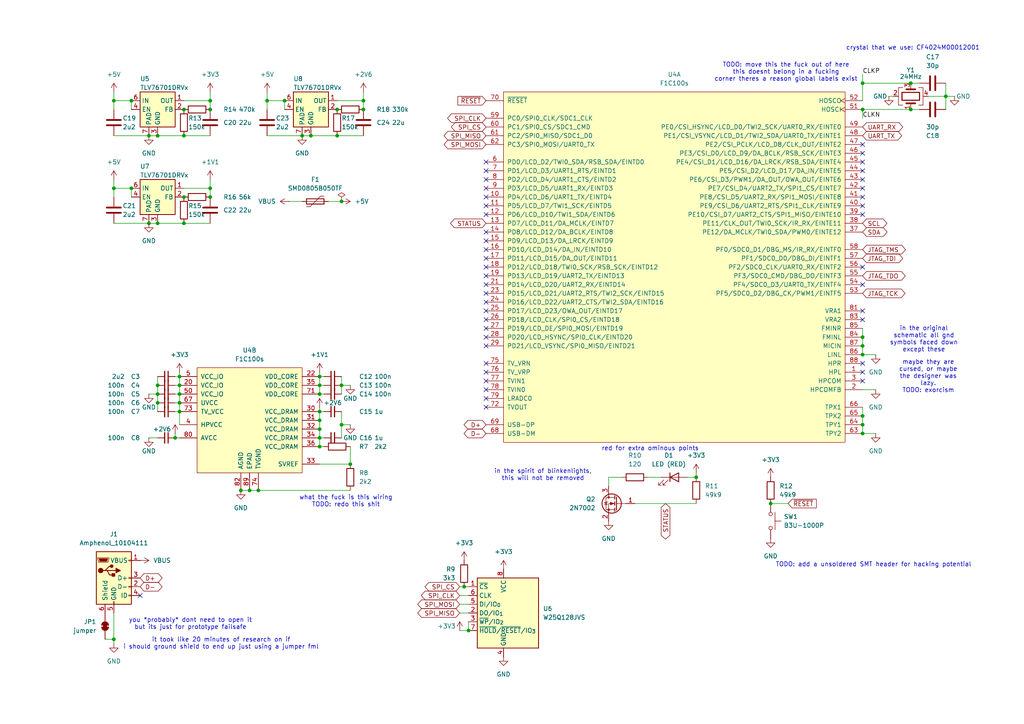
<source format=kicad_sch>
(kicad_sch (version 20250114) (generator "eeschema") (generator_version "9.0")
  (paper "A4")
  (title_block (title "Tux Keychain") (date "2025-05-19") (rev "2") (company "All Things Linux 501(c)(3) "))
  (lib_symbols
    (symbol "Connector:USB_B_Micro" (pin_names (offset 1.016))
      (property "Reference" "J" (at -5.08 11.43 0))
      (property "Value" "USB_B_Micro" (at -5.08 8.89 0))
      (symbol "USB_B_Micro_1_1"
        (pin passive line (at -2.54 -10.16 90) (length 2.54) (name "Shield") (number "6"))
        (pin power_out line (at 0 -10.16 90) (length 2.54) (name "GND") (number "5"))
        (pin power_out line (at 7.62 5.08 180) (length 2.54) (name "VBUS") (number "1"))
        (pin bidirectional line (at 7.62 0 180) (length 2.54) (name "D+") (number "3"))
        (pin bidirectional line (at 7.62 -2.54 180) (length 2.54) (name "D-") (number "2"))
        (pin passive line (at 7.62 -5.08 180) (length 2.54) (name "ID") (number "4"))
      )
    )
    (symbol "Device:C" (pin_numbers (hide yes)) (pin_names (offset 0.254))
      (property "Reference" "C" (at 0.635 2.54 0))
      (property "Value" "C" (at 0.635 -2.54 0))
      (symbol "C_1_1"
        (pin passive line (at 0 3.81 270) (length 2.794) (name "~") (number "1"))
        (pin passive line (at 0 -3.81 90) (length 2.794) (name "~") (number "2"))
      )
    )
    (symbol "Device:C_Small" (pin_numbers (hide yes)) (pin_names (offset 0.254) (hide yes))
      (property "Reference" "C" (at 0.254 1.778 0))
      (property "Value" "C_Small" (at 0.254 -2.032 0))
      (symbol "C_Small_1_1"
        (pin passive line (at 0 2.54 270) (length 2.032) (name "~") (number "1"))
        (pin passive line (at 0 -2.54 90) (length 2.032) (name "~") (number "2"))
      )
    )
    (symbol "Device:Crystal_GND24" (pin_names (offset 1.016) (hide yes))
      (property "Reference" "Y" (at 3.175 5.08 0))
      (property "Value" "Crystal_GND24" (at 3.175 3.175 0))
      (symbol "Crystal_GND24_1_1"
        (pin passive line (at -3.81 0 0) (length 1.27) (name "1") (number "1"))
        (pin passive line (at 0 5.08 270) (length 1.27) (name "2") (number "2"))
        (pin passive line (at 0 -5.08 90) (length 1.27) (name "4") (number "4"))
        (pin passive line (at 3.81 0 180) (length 1.27) (name "3") (number "3"))
      )
    )
    (symbol "Device:LED" (pin_numbers (hide yes)) (pin_names (offset 1.016) (hide yes))
      (property "Reference" "D" (at 0 2.54 0))
      (property "Value" "LED" (at 0 -2.54 0))
      (symbol "LED_1_1"
        (pin passive line (at -3.81 0 0) (length 2.54) (name "K") (number "1"))
        (pin passive line (at 3.81 0 180) (length 2.54) (name "A") (number "2"))
      )
    )
    (symbol "Device:Polyfuse" (pin_numbers (hide yes)) (pin_names (offset 0))
      (property "Reference" "F" (at -2.54 0 90))
      (property "Value" "Polyfuse" (at 2.54 0 90))
      (symbol "Polyfuse_1_1"
        (pin passive line (at 0 3.81 270) (length 1.27) (name "~") (number "1"))
        (pin passive line (at 0 -3.81 90) (length 1.27) (name "~") (number "2"))
      )
    )
    (symbol "Device:R" (pin_numbers (hide yes)) (pin_names (offset 0))
      (property "Reference" "R" (at 2.032 0 90))
      (property "Value" "R" (at 0 0 90))
      (symbol "R_1_1"
        (pin passive line (at 0 3.81 270) (length 1.27) (name "~") (number "1"))
        (pin passive line (at 0 -3.81 90) (length 1.27) (name "~") (number "2"))
      )
    )
    (symbol "Jumper:SolderJumper_2_Bridged" (pin_numbers (hide yes)) (pin_names (offset 0) (hide yes)) (in_bom no)
      (property "Reference" "JP" (at 0 2.032 0))
      (property "Value" "SolderJumper_2_Bridged" (at 0 -2.54 0))
      (symbol "SolderJumper_2_Bridged_1_1"
        (pin passive line (at -3.81 0 0) (length 2.54) (name "A") (number "1"))
        (pin passive line (at 3.81 0 180) (length 2.54) (name "B") (number "2"))
      )
    )
    (symbol "Memory_Flash:W25Q128JVS"
      (property "Reference" "U" (at -6.35 11.43 0))
      (property "Value" "W25Q128JVS" (at 7.62 11.43 0))
      (symbol "W25Q128JVS_1_1"
        (pin input line (at -10.16 7.62 0) (length 2.54) (name "~{CS}") (number "1"))
        (pin input line (at -10.16 5.08 0) (length 2.54) (name "CLK") (number "6"))
        (pin bidirectional line (at -10.16 2.54 0) (length 2.54) (name "DI/IO_{0}") (number "5"))
        (pin bidirectional line (at -10.16 0 0) (length 2.54) (name "DO/IO_{1}") (number "2"))
        (pin bidirectional line (at -10.16 -2.54 0) (length 2.54) (name "~{WP}/IO_{2}") (number "3"))
        (pin bidirectional line (at -10.16 -5.08 0) (length 2.54) (name "~{HOLD}/~{RESET}/IO_{3}") (number "7"))
        (pin power_in line (at 0 12.7 270) (length 2.54) (name "VCC") (number "8"))
        (pin power_in line (at 0 -12.7 90) (length 2.54) (name "GND") (number "4"))
      )
    )
    (symbol "Regulator_Linear:TLV76701DRVx"
      (property "Reference" "U" (at 0 8.89 0))
      (property "Value" "TLV76701DRVx" (at 0 6.35 0))
      (symbol "TLV76701DRVx_1_1"
        (pin power_in line (at -7.62 2.54 0) (length 2.54) (name "IN") (number "6"))
        (pin input line (at -7.62 0 0) (length 2.54) (name "EN") (number "4"))
        (pin passive line (at -2.54 -7.62 90) (length 2.54) (name "PAD") (number "7"))
        (pin power_in line (at 0 -7.62 90) (length 2.54) (name "GND") (number "3"))
        (pin passive line (at 0 -7.62 90) (length 2.54) (hide yes) (name "GND") (number "5"))
        (pin power_out line (at 7.62 2.54 180) (length 2.54) (name "OUT") (number "1"))
        (pin input line (at 7.62 0 180) (length 2.54) (name "FB") (number "2"))
      )
    )
    (symbol "Switch:SW_Push" (pin_numbers (hide yes)) (pin_names (offset 1.016) (hide yes))
      (property "Reference" "SW" (at 1.27 2.54 0))
      (property "Value" "SW_Push" (at 0 -1.524 0))
      (symbol "SW_Push_0_1"
        (pin passive line (at -5.08 0 0) (length 2.54) (name "1") (number "1"))
        (pin passive line (at 5.08 0 180) (length 2.54) (name "2") (number "2"))
      )
    )
    (symbol "Transistor_FET:2N7002" (pin_names (hide yes))
      (property "Reference" "Q" (at 5.08 1.905 0))
      (property "Value" "2N7002" (at 5.08 0 0))
      (symbol "2N7002_1_1"
        (pin input line (at -5.08 0 0) (length 2.54) (name "G") (number "1"))
        (pin passive line (at 2.54 5.08 270) (length 2.54) (name "D") (number "3"))
        (pin passive line (at 2.54 -5.08 90) (length 2.54) (name "S") (number "2"))
      )
    )
    (symbol "power:+1V1" (power) (pin_numbers (hide yes)) (pin_names (offset 0) (hide yes))
      (property "Value" "+1V1" (at 0 3.556 0))
      (symbol "+1V1_1_1"
        (pin power_in line (at 0 0 90) (length 0) (name "~") (number "1"))
      )
    )
    (symbol "power:+3V3" (power) (pin_numbers (hide yes)) (pin_names (offset 0) (hide yes))
      (property "Value" "+3V3" (at 0 3.556 0))
      (symbol "+3V3_1_1"
        (pin power_in line (at 0 0 90) (length 0) (name "~") (number "1"))
      )
    )
    (symbol "power:+5V" (power) (pin_numbers (hide yes)) (pin_names (offset 0) (hide yes))
      (property "Value" "+5V" (at 0 3.556 0))
      (symbol "+5V_1_1"
        (pin power_in line (at 0 0 90) (length 0) (name "~") (number "1"))
      )
    )
    (symbol "power:GND" (power) (pin_numbers (hide yes)) (pin_names (offset 0) (hide yes))
      (property "Value" "GND" (at 0 -3.81 0))
      (symbol "GND_1_1"
        (pin power_in line (at 0 0 270) (length 0) (name "~") (number "1"))
      )
    )
    (symbol "power:PWR_FLAG" (power) (pin_numbers (hide yes)) (pin_names (offset 0) (hide yes))
      (property "Value" "PWR_FLAG" (at 0 3.81 0))
      (symbol "PWR_FLAG_0_0"
        (pin power_out line (at 0 0 90) (length 0) (name "~") (number "1"))
      )
    )
    (symbol "power:VBUS" (power) (pin_numbers (hide yes)) (pin_names (offset 0) (hide yes))
      (property "Value" "VBUS" (at 0 3.556 0))
      (symbol "VBUS_1_1"
        (pin power_in line (at 0 0 90) (length 0) (name "~") (number "1"))
      )
    )
    (symbol "tuxkeychain:+2V6" (power) (pin_numbers (hide yes)) (pin_names (offset 0) (hide yes))
      (property "Value" "+2V6" (at 0 3.556 0))
      (symbol "+2V6_1_1"
        (pin power_in line (at 0 0 90) (length 0) (name "~") (number "1"))
      )
    )
    (symbol "tuxkeychain:F1C100s" (pin_names (offset 1.016))
      (property "Reference" "U" (at 0 1.27 0))
      (property "Value" "F1C100s" (at 0 -1.27 0))
      (symbol "F1C100s_1_0"
        (pin input line (at -53.34 48.26 0) (length 5.08) (name "~{RESET}") (number "70"))
        (pin bidirectional line (at -53.34 43.18 0) (length 5.08) (name "PC0/SPI0_CLK/SDC1_CLK") (number "59"))
        (pin bidirectional line (at -53.34 40.64 0) (length 5.08) (name "PC1/SPI0_CS/SDC1_CMD") (number "60"))
        (pin bidirectional line (at -53.34 38.1 0) (length 5.08) (name "PC2/SPI0_MISO/SDC1_D0") (number "61"))
        (pin bidirectional line (at -53.34 35.56 0) (length 5.08) (name "PC3/SPI0_MOSI/UART0_TX") (number "62"))
        (pin bidirectional line (at -53.34 30.48 0) (length 5.08) (name "PD0/LCD_D2/TWI0_SDA/RSB_SDA/EINTD0") (number "6"))
        (pin bidirectional line (at -53.34 27.94 0) (length 5.08) (name "PD1/LCD_D3/UART1_RTS/EINTD1") (number "7"))
        (pin bidirectional line (at -53.34 25.4 0) (length 5.08) (name "PD2/LCD_D4/UART1_CTS/EINTD2") (number "8"))
        (pin bidirectional line (at -53.34 22.86 0) (length 5.08) (name "PD3/LCD_D5/UART1_RX/EINTD3") (number "9"))
        (pin bidirectional line (at -53.34 20.32 0) (length 5.08) (name "PD4/LCD_D6/UART1_TX/EINTD4") (number "10"))
        (pin bidirectional line (at -53.34 17.78 0) (length 5.08) (name "PD5/LCD_D7/TWI1_SCK/EINTD5") (number "11"))
        (pin bidirectional line (at -53.34 15.24 0) (length 5.08) (name "PD6/LCD_D10/TWI1_SDA/EINTD6") (number "12"))
        (pin bidirectional line (at -53.34 12.7 0) (length 5.08) (name "PD7/LCD_D11/DA_MCLK/EINTD7") (number "13"))
        (pin bidirectional line (at -53.34 10.16 0) (length 5.08) (name "PD8/LCD_D12/DA_BCLK/EINTD8") (number "14"))
        (pin bidirectional line (at -53.34 7.62 0) (length 5.08) (name "PD9/LCD_D13/DA_LRCK/EINTD9") (number "15"))
        (pin bidirectional line (at -53.34 5.08 0) (length 5.08) (name "PD10/LCD_D14/DA_IN/EINTD10") (number "16"))
        (pin bidirectional line (at -53.34 2.54 0) (length 5.08) (name "PD11/LCD_D15/DA_OUT/EINTD11") (number "17"))
        (pin bidirectional line (at -53.34 0 0) (length 5.08) (name "PD12/LCD_D18/TWI0_SCK/RSB_SCK/EINTD12") (number "18"))
        (pin bidirectional line (at -53.34 -2.54 0) (length 5.08) (name "PD13/LCD_D19/UART2_TX/EINTD13") (number "19"))
        (pin bidirectional line (at -53.34 -5.08 0) (length 5.08) (name "PD14/LCD_D20/UART2_RX/EINTD14") (number "21"))
        (pin bidirectional line (at -53.34 -7.62 0) (length 5.08) (name "PD15/LCD_D21/UART2_RTS/TWI2_SCK/EINTD15") (number "23"))
        (pin bidirectional line (at -53.34 -10.16 0) (length 5.08) (name "PD16/LCD_D22/UART2_CTS/TWI2_SDA/EINTD16") (number "24"))
        (pin bidirectional line (at -53.34 -12.7 0) (length 5.08) (name "PD17/LCD_D23/OWA_OUT/EINTD17") (number "25"))
        (pin bidirectional line (at -53.34 -15.24 0) (length 5.08) (name "PD18/LCD_CLK/SPI0_CS/EINTD18") (number "26"))
        (pin bidirectional line (at -53.34 -17.78 0) (length 5.08) (name "PD19/LCD_DE/SPI0_MOSI/EINTD19") (number "27"))
        (pin bidirectional line (at -53.34 -20.32 0) (length 5.08) (name "PD20/LCD_HSYNC/SPI0_CLK/EINTD20") (number "28"))
        (pin bidirectional line (at -53.34 -22.86 0) (length 5.08) (name "PD21/LCD_VSYNC/SPI0_MISO/EINTD21") (number "29"))
        (pin input line (at -53.34 -27.94 0) (length 5.08) (name "TV_VRN") (number "75"))
        (pin input line (at -53.34 -30.48 0) (length 5.08) (name "TV_VRP") (number "76"))
        (pin input line (at -53.34 -33.02 0) (length 5.08) (name "TVIN1") (number "77"))
        (pin input line (at -53.34 -35.56 0) (length 5.08) (name "TVIN0") (number "78"))
        (pin input line (at -53.34 -38.1 0) (length 5.08) (name "LRADC0") (number "79"))
        (pin output line (at -53.34 -40.64 0) (length 5.08) (name "TVOUT") (number "72"))
        (pin bidirectional line (at -53.34 -45.72 0) (length 5.08) (name "USB-DP") (number "69"))
        (pin bidirectional line (at -53.34 -48.26 0) (length 5.08) (name "USB-DM") (number "68"))
        (pin input clock (at 55.88 48.26 180) (length 5.08) (name "HOSCO") (number "52"))
        (pin input clock (at 55.88 45.72 180) (length 5.08) (name "HOSCI") (number "51"))
        (pin bidirectional line (at 55.88 40.64 180) (length 5.08) (name "PE0/CSI_HSYNC/LCD_D0/TWI2_SCK/UART0_RX/EINTE0") (number "49"))
        (pin bidirectional line (at 55.88 38.1 180) (length 5.08) (name "PE1/CSI_VSYNC/LCD_D1/TWI2_SDA/UART0_TX/EINTE1") (number "48"))
        (pin bidirectional line (at 55.88 35.56 180) (length 5.08) (name "PE2/CSI_PCLK/LCD_D8/CLK_OUT/EINTE2") (number "47"))
        (pin bidirectional line (at 55.88 33.02 180) (length 5.08) (name "PE3/CSI_D0/LCD_D9/DA_BCLK/RSB_SCK/EINTE3") (number "46"))
        (pin bidirectional line (at 55.88 30.48 180) (length 5.08) (name "PE4/CSI_D1/LCD_D16/DA_LRCK/RSB_SDA/EINTE4") (number "45"))
        (pin bidirectional line (at 55.88 27.94 180) (length 5.08) (name "PE5/CSI_D2/LCD_D17/DA_IN/EINTE5") (number "44"))
        (pin bidirectional line (at 55.88 25.4 180) (length 5.08) (name "PE6/CSI_D3/PWM1/DA_OUT/OWA_OUT/EINTE6") (number "43"))
        (pin bidirectional line (at 55.88 22.86 180) (length 5.08) (name "PE7/CSI_D4/UART2_TX/SPI1_CS/EINTE7") (number "42"))
        (pin bidirectional line (at 55.88 20.32 180) (length 5.08) (name "PE8/CSI_D5/UART2_RX/SPI1_MOSI/EINTE8") (number "41"))
        (pin bidirectional line (at 55.88 17.78 180) (length 5.08) (name "PE9/CSI_D6/UART2_RTS/SPI1_CLK/EINTE9") (number "40"))
        (pin bidirectional line (at 55.88 15.24 180) (length 5.08) (name "PE10/CSI_D7/UART2_CTS/SPI1_MISO/EINTE10") (number "39"))
        (pin bidirectional line (at 55.88 12.7 180) (length 5.08) (name "PE11/CLK_OUT/TWI0_SCK/IR_RX/EINTE11") (number "38"))
        (pin bidirectional line (at 55.88 10.16 180) (length 5.08) (name "PE12/DA_MCLK/TWI0_SDA/PWM0/EINTE12") (number "37"))
        (pin bidirectional line (at 55.88 5.08 180) (length 5.08) (name "PF0/SDC0_D1/DBG_MS/IR_RX/EINTF0") (number "58"))
        (pin bidirectional line (at 55.88 2.54 180) (length 5.08) (name "PF1/SDC0_D0/DBG_DI/EINTF1") (number "57"))
        (pin bidirectional line (at 55.88 0 180) (length 5.08) (name "PF2/SDC0_CLK/UART0_RX/EINTF2") (number "56"))
        (pin bidirectional line (at 55.88 -2.54 180) (length 5.08) (name "PF3/SDC0_CMD/DBG_DO/EINTF3") (number "55"))
        (pin bidirectional line (at 55.88 -5.08 180) (length 5.08) (name "PF4/SDC0_D3/UART0_TX/EINTF4") (number "54"))
        (pin bidirectional line (at 55.88 -7.62 180) (length 5.08) (name "PF5/SDC0_D2/DBG_CK/PWM1/EINTF5") (number "53"))
        (pin input line (at 55.88 -17.78 180) (length 5.08) (name "FMINR") (number "85"))
        (pin input line (at 55.88 -20.32 180) (length 5.08) (name "FMINL") (number "84"))
        (pin input line (at 55.88 -22.86 180) (length 5.08) (name "MICIN") (number "87"))
        (pin input line (at 55.88 -25.4 180) (length 5.08) (name "LINL") (number "86"))
        (pin output line (at 55.88 -27.94 180) (length 5.08) (name "HPR") (number "88"))
        (pin output line (at 55.88 -30.48 180) (length 5.08) (name "HPL") (number "1"))
        (pin output line (at 55.88 -33.02 180) (length 5.08) (name "HPCOM") (number "3"))
        (pin input line (at 55.88 -35.56 180) (length 5.08) (name "HPCOMFB") (number "2"))
        (pin input line (at 55.88 -40.64 180) (length 5.08) (name "TPX1") (number "66"))
        (pin input line (at 55.88 -43.18 180) (length 5.08) (name "TPX2") (number "65"))
        (pin input line (at 55.88 -45.72 180) (length 5.08) (name "TPY1") (number "64"))
        (pin input line (at 55.88 -48.26 180) (length 5.08) (name "TPY2") (number "63"))
      )
      (symbol "F1C100s_1_1"
        (pin output line (at 55.88 -12.7 180) (length 5.08) (name "VRA1") (number "81"))
        (pin output line (at 55.88 -15.24 180) (length 5.08) (name "VRA2") (number "83"))
      )
      (symbol "F1C100s_2_0"
        (pin power_in line (at -20.32 11.43 0) (length 5.08) (name "VCC_IO") (number "5"))
        (pin power_in line (at -20.32 8.89 0) (length 5.08) (name "VCC_IO") (number "20"))
        (pin power_in line (at -20.32 6.35 0) (length 5.08) (name "VCC_IO") (number "50"))
        (pin power_in line (at -20.32 3.81 0) (length 5.08) (name "UVCC") (number "67"))
        (pin power_in line (at -20.32 1.27 0) (length 5.08) (name "TV_VCC") (number "73"))
        (pin power_in line (at -20.32 -2.54 0) (length 5.08) (name "HPVCC") (number "4"))
        (pin power_in line (at -20.32 -6.35 0) (length 5.08) (name "AVCC") (number "80"))
        (pin power_in line (at -2.54 -21.59 90) (length 5.08) (name "AGND") (number "82"))
        (pin power_in line (at 0 -21.59 90) (length 5.08) (name "EPAD") (number "89"))
        (pin power_in line (at 2.54 -21.59 90) (length 5.08) (name "TVGND") (number "74"))
        (pin power_in line (at 20.32 11.43 180) (length 5.08) (name "VDD_CORE") (number "22"))
        (pin power_in line (at 20.32 8.89 180) (length 5.08) (name "VDD_CORE") (number "35"))
        (pin power_in line (at 20.32 6.35 180) (length 5.08) (name "VDD_CORE") (number "71"))
        (pin power_in line (at 20.32 1.27 180) (length 5.08) (name "VCC_DRAM") (number "30"))
        (pin power_in line (at 20.32 -1.27 180) (length 5.08) (name "VCC_DRAM") (number "31"))
        (pin power_in line (at 20.32 -3.81 180) (length 5.08) (name "VCC_DRAM") (number "32"))
        (pin power_in line (at 20.32 -6.35 180) (length 5.08) (name "VCC_DRAM") (number "34"))
        (pin power_in line (at 20.32 -8.89 180) (length 5.08) (name "VCC_DRAM") (number "36"))
        (pin input line (at 20.32 -13.97 180) (length 5.08) (name "SVREF") (number "33"))
      )
    )
  )
  (text "red for extra ominous points" (at 188.595 130.175 0) (effects (font (size 1.27 1.27))))
  (text "in the original\nschematic all gnd\nsymbols faced down\nexcept these" (at 267.97 98.425 0) (effects (font (size 1.27 1.27))))
  (text "in the spirit of blinkenlights,\nthis will not be removed" (at 157.48 137.795 0) (effects (font (size 1.27 1.27))))
  (text "TODO: add a unsoldered SMT header for hacking potential" (at 253.365 163.83 0) (effects (font (size 1.27 1.27))))
  (text "it took like 20 minutes of research on if\ni should ground shield to end up just using a jumper fml" (at 64.135 186.69 0) (effects (font (size 1.27 1.27))))
  (text "crystal that we use: CF4024M00012001" (at 264.795 13.97 0) (effects (font (size 1.27 1.27))))
  (text "you *probably* dont need to open it\nbut its just for prototype failsafe" (at 55.245 180.975 0) (effects (font (size 1.27 1.27))))
  (text "what the fuck is this wiring\nTODO: redo this shit\n" (at 100.33 145.415 0) (effects (font (size 1.27 1.27))))
  (text "TODO: move this the fuck out of here\nthis doesnt belong in a fucking\ncorner theres a reason global labels exist" (at 227.965 20.955 0) (effects (font (size 1.27 1.27))))
  (text "maybe they are\ncursed, or maybe\nthe designer was\nlazy.\nTODO: exorcism\n" (at 269.24 109.22 0) (effects (font (size 1.27 1.27))))
  (junction (at 60.96 31.75))
  (junction (at 53.34 31.75))
  (junction (at 38.1 54.61))
  (junction (at 99.06 123.19))
  (junction (at 52.07 109.22))
  (junction (at 135.89 182.88))
  (junction (at 101.6 134.62))
  (junction (at 53.34 64.77))
  (junction (at 45.72 114.3))
  (junction (at 92.71 109.22))
  (junction (at 60.96 54.61))
  (junction (at 50.8 127))
  (junction (at 274.32 27.94))
  (junction (at 99.06 111.76))
  (junction (at 43.18 39.37))
  (junction (at 90.17 39.37))
  (junction (at 92.71 124.46))
  (junction (at 250.19 123.19))
  (junction (at 250.19 120.65))
  (junction (at 92.71 121.92))
  (junction (at 60.96 57.15))
  (junction (at 250.19 125.73))
  (junction (at 250.19 100.33))
  (junction (at 45.72 111.76))
  (junction (at 69.85 142.24))
  (junction (at 45.72 64.77))
  (junction (at 52.07 116.84))
  (junction (at 92.71 111.76))
  (junction (at 33.02 54.61))
  (junction (at 33.02 29.21))
  (junction (at 43.18 64.77))
  (junction (at 38.1 29.21))
  (junction (at 77.47 29.21))
  (junction (at 45.72 116.84))
  (junction (at 223.52 146.05))
  (junction (at 250.19 102.87))
  (junction (at 92.71 114.3))
  (junction (at 92.71 129.54))
  (junction (at 33.02 185.42))
  (junction (at 52.07 111.76))
  (junction (at 105.41 29.21))
  (junction (at 53.34 57.15))
  (junction (at 105.41 31.75))
  (junction (at 92.71 119.38))
  (junction (at 52.07 119.38))
  (junction (at 87.63 39.37))
  (junction (at 97.79 31.75))
  (junction (at 264.16 24.13))
  (junction (at 264.16 31.75))
  (junction (at 60.96 29.21))
  (junction (at 92.71 127))
  (junction (at 72.39 142.24))
  (junction (at 99.06 58.42))
  (junction (at 134.62 170.18))
  (junction (at 82.55 29.21))
  (junction (at 74.93 142.24))
  (junction (at 250.19 97.79))
  (junction (at 250.19 31.75))
  (junction (at 45.72 39.37))
  (junction (at 52.07 114.3))
  (junction (at 250.19 24.13))
  (junction (at 53.34 39.37))
  (junction (at 97.79 39.37))
  (junction (at 201.93 138.43))
  (no_connect (at 250.19 54.61))
  (no_connect (at 250.19 46.99))
  (no_connect (at 140.97 97.79))
  (no_connect (at 140.97 115.57))
  (no_connect (at 250.19 90.17))
  (no_connect (at 140.97 80.01))
  (no_connect (at 140.97 82.55))
  (no_connect (at 140.97 90.17))
  (no_connect (at 250.19 52.07))
  (no_connect (at 250.19 49.53))
  (no_connect (at 140.97 118.11))
  (no_connect (at 40.64 172.72))
  (no_connect (at 140.97 105.41))
  (no_connect (at 140.97 87.63))
  (no_connect (at 250.19 105.41))
  (no_connect (at 250.19 82.55))
  (no_connect (at 140.97 74.93))
  (no_connect (at 140.97 59.69))
  (no_connect (at 140.97 54.61))
  (no_connect (at 140.97 77.47))
  (no_connect (at 140.97 110.49))
  (no_connect (at 140.97 107.95))
  (no_connect (at 140.97 49.53))
  (no_connect (at 140.97 85.09))
  (no_connect (at 250.19 77.47))
  (no_connect (at 140.97 95.25))
  (no_connect (at 250.19 107.95))
  (no_connect (at 250.19 62.23))
  (no_connect (at 250.19 57.15))
  (no_connect (at 140.97 67.31))
  (no_connect (at 140.97 52.07))
  (no_connect (at 140.97 62.23))
  (no_connect (at 250.19 110.49))
  (no_connect (at 140.97 69.85))
  (no_connect (at 140.97 72.39))
  (no_connect (at 140.97 57.15))
  (no_connect (at 140.97 113.03))
  (no_connect (at 250.19 41.91))
  (no_connect (at 140.97 92.71))
  (no_connect (at 250.19 59.69))
  (no_connect (at 140.97 100.33))
  (no_connect (at 140.97 46.99))
  (no_connect (at 250.19 92.71))
  (no_connect (at 250.19 44.45))
  (wire (pts (xy 92.71 121.92) (xy 92.71 124.46)))
  (wire (pts (xy 99.06 123.19) (xy 101.6 123.19)))
  (wire (pts (xy 52.07 119.38) (xy 52.07 123.19)))
  (wire (pts (xy 92.71 107.95) (xy 92.71 109.22)))
  (wire (pts (xy 77.47 29.21) (xy 82.55 29.21)))
  (wire (pts (xy 38.1 29.21) (xy 38.1 31.75)))
  (wire (pts (xy 83.82 58.42) (xy 87.63 58.42)))
  (wire (pts (xy 45.72 127) (xy 43.18 127)))
  (wire (pts (xy 99.06 123.19) (xy 99.06 127)))
  (wire (pts (xy 45.72 114.3) (xy 43.18 114.3)))
  (wire (pts (xy 274.32 24.13) (xy 274.32 27.94)))
  (wire (pts (xy 69.85 142.24) (xy 72.39 142.24)))
  (wire (pts (xy 134.62 170.18) (xy 135.89 170.18)))
  (wire (pts (xy 60.96 29.21) (xy 60.96 31.75)))
  (wire (pts (xy 50.8 127) (xy 52.07 127)))
  (wire (pts (xy 53.34 29.21) (xy 60.96 29.21)))
  (wire (pts (xy 92.71 109.22) (xy 92.71 111.76)))
  (wire (pts (xy 133.35 182.88) (xy 135.89 182.88)))
  (wire (pts (xy 264.16 24.13) (xy 266.7 24.13)))
  (wire (pts (xy 176.53 140.97) (xy 176.53 138.43)))
  (wire (pts (xy 250.19 31.75) (xy 250.19 34.29)))
  (wire (pts (xy 92.71 124.46) (xy 92.71 127)))
  (wire (pts (xy 201.93 138.43) (xy 199.39 138.43)))
  (wire (pts (xy 33.02 29.21) (xy 38.1 29.21)))
  (wire (pts (xy 250.19 24.13) (xy 250.19 29.21)))
  (wire (pts (xy 99.06 111.76) (xy 101.6 111.76)))
  (wire (pts (xy 274.32 27.94) (xy 276.86 27.94)))
  (wire (pts (xy 52.07 109.22) (xy 52.07 111.76)))
  (wire (pts (xy 250.19 118.11) (xy 250.19 120.65)))
  (wire (pts (xy 50.8 109.22) (xy 52.07 109.22)))
  (wire (pts (xy 92.71 127) (xy 93.98 127)))
  (wire (pts (xy 105.41 29.21) (xy 105.41 31.75)))
  (wire (pts (xy 45.72 111.76) (xy 45.72 114.3)))
  (wire (pts (xy 33.02 177.8) (xy 33.02 185.42)))
  (wire (pts (xy 45.72 64.77) (xy 53.34 64.77)))
  (wire (pts (xy 250.19 97.79) (xy 250.19 100.33)))
  (wire (pts (xy 250.19 24.13) (xy 250.19 21.59)))
  (wire (pts (xy 53.34 64.77) (xy 60.96 64.77)))
  (wire (pts (xy 176.53 138.43) (xy 180.34 138.43)))
  (wire (pts (xy 223.52 146.05) (xy 228.6 146.05)))
  (wire (pts (xy 184.15 146.05) (xy 201.93 146.05)))
  (wire (pts (xy 259.08 27.94) (xy 257.81 27.94)))
  (wire (pts (xy 33.02 39.37) (xy 43.18 39.37)))
  (wire (pts (xy 92.71 127) (xy 92.71 129.54)))
  (wire (pts (xy 250.19 113.03) (xy 254 113.03)))
  (wire (pts (xy 33.02 31.75) (xy 33.02 29.21)))
  (wire (pts (xy 45.72 39.37) (xy 53.34 39.37)))
  (wire (pts (xy 92.71 118.11) (xy 92.71 119.38)))
  (wire (pts (xy 43.18 39.37) (xy 45.72 39.37)))
  (wire (pts (xy 99.06 109.22) (xy 99.06 111.76)))
  (wire (pts (xy 60.96 54.61) (xy 60.96 57.15)))
  (wire (pts (xy 50.8 111.76) (xy 52.07 111.76)))
  (wire (pts (xy 92.71 129.54) (xy 93.98 129.54)))
  (wire (pts (xy 95.25 58.42) (xy 99.06 58.42)))
  (wire (pts (xy 92.71 134.62) (xy 101.6 134.62)))
  (wire (pts (xy 92.71 109.22) (xy 93.98 109.22)))
  (wire (pts (xy 53.34 54.61) (xy 60.96 54.61)))
  (wire (pts (xy 99.06 111.76) (xy 99.06 114.3)))
  (wire (pts (xy 77.47 31.75) (xy 77.47 29.21)))
  (wire (pts (xy 101.6 134.62) (xy 101.6 129.54)))
  (wire (pts (xy 33.02 64.77) (xy 43.18 64.77)))
  (wire (pts (xy 60.96 52.07) (xy 60.96 54.61)))
  (wire (pts (xy 250.19 95.25) (xy 250.19 97.79)))
  (wire (pts (xy 250.19 24.13) (xy 264.16 24.13)))
  (wire (pts (xy 97.79 29.21) (xy 105.41 29.21)))
  (wire (pts (xy 50.8 116.84) (xy 52.07 116.84)))
  (wire (pts (xy 133.35 177.8) (xy 135.89 177.8)))
  (wire (pts (xy 274.32 27.94) (xy 274.32 31.75)))
  (wire (pts (xy 135.89 180.34) (xy 135.89 182.88)))
  (wire (pts (xy 53.34 39.37) (xy 60.96 39.37)))
  (wire (pts (xy 52.07 116.84) (xy 52.07 119.38)))
  (wire (pts (xy 250.19 31.75) (xy 264.16 31.75)))
  (wire (pts (xy 92.71 119.38) (xy 93.98 119.38)))
  (wire (pts (xy 30.48 185.42) (xy 33.02 185.42)))
  (wire (pts (xy 33.02 186.69) (xy 33.02 185.42)))
  (wire (pts (xy 43.18 64.77) (xy 45.72 64.77)))
  (wire (pts (xy 187.96 138.43) (xy 191.77 138.43)))
  (wire (pts (xy 77.47 39.37) (xy 87.63 39.37)))
  (wire (pts (xy 33.02 26.67) (xy 33.02 29.21)))
  (wire (pts (xy 38.1 54.61) (xy 38.1 57.15)))
  (wire (pts (xy 60.96 26.67) (xy 60.96 29.21)))
  (wire (pts (xy 72.39 142.24) (xy 74.93 142.24)))
  (wire (pts (xy 92.71 114.3) (xy 93.98 114.3)))
  (wire (pts (xy 50.8 114.3) (xy 52.07 114.3)))
  (wire (pts (xy 250.19 123.19) (xy 250.19 125.73)))
  (wire (pts (xy 250.19 120.65) (xy 250.19 123.19)))
  (wire (pts (xy 264.16 31.75) (xy 266.7 31.75)))
  (wire (pts (xy 45.72 116.84) (xy 45.72 119.38)))
  (wire (pts (xy 74.93 142.24) (xy 101.6 142.24)))
  (wire (pts (xy 92.71 119.38) (xy 92.71 121.92)))
  (wire (pts (xy 50.8 119.38) (xy 52.07 119.38)))
  (wire (pts (xy 52.07 114.3) (xy 52.07 116.84)))
  (wire (pts (xy 90.17 39.37) (xy 97.79 39.37)))
  (wire (pts (xy 50.8 125.73) (xy 50.8 127)))
  (wire (pts (xy 82.55 29.21) (xy 82.55 31.75)))
  (wire (pts (xy 45.72 114.3) (xy 45.72 116.84)))
  (wire (pts (xy 133.35 175.26) (xy 135.89 175.26)))
  (wire (pts (xy 92.71 111.76) (xy 92.71 114.3)))
  (wire (pts (xy 33.02 52.07) (xy 33.02 54.61)))
  (wire (pts (xy 105.41 26.67) (xy 105.41 29.21)))
  (wire (pts (xy 201.93 137.16) (xy 201.93 138.43)))
  (wire (pts (xy 250.19 102.87) (xy 254 102.87)))
  (wire (pts (xy 133.35 170.18) (xy 134.62 170.18)))
  (wire (pts (xy 269.24 27.94) (xy 274.32 27.94)))
  (wire (pts (xy 97.79 39.37) (xy 105.41 39.37)))
  (wire (pts (xy 92.71 111.76) (xy 93.98 111.76)))
  (wire (pts (xy 52.07 107.95) (xy 52.07 109.22)))
  (wire (pts (xy 33.02 54.61) (xy 38.1 54.61)))
  (wire (pts (xy 250.19 100.33) (xy 250.19 102.87)))
  (wire (pts (xy 133.35 172.72) (xy 135.89 172.72)))
  (wire (pts (xy 52.07 111.76) (xy 52.07 114.3)))
  (wire (pts (xy 99.06 119.38) (xy 99.06 123.19)))
  (wire (pts (xy 45.72 109.22) (xy 45.72 111.76)))
  (wire (pts (xy 33.02 57.15) (xy 33.02 54.61)))
  (wire (pts (xy 87.63 39.37) (xy 90.17 39.37)))
  (wire (pts (xy 77.47 26.67) (xy 77.47 29.21)))
  (wire (pts (xy 254 125.73) (xy 250.19 125.73)))
  (label "CLKN" (at 250.19 34.29 0))
  (label "CLKP" (at 250.19 21.59 0))
  (global_label "SPI_CLK" (shape bidirectional) (at 133.35 172.72 180) (property "Intersheetrefs" "${INTERSHEET_REFS}" (effects (hide yes))))
  (global_label "SPI_MISO" (shape bidirectional) (at 140.97 39.37 180) (property "Intersheetrefs" "${INTERSHEET_REFS}" (effects (hide yes))))
  (global_label "STATUS" (shape bidirectional) (at 140.97 64.77 180) (property "Intersheetrefs" "${INTERSHEET_REFS}" (effects (hide yes))))
  (global_label "D-" (shape bidirectional) (at 40.64 170.18 0) (property "Intersheetrefs" "${INTERSHEET_REFS}" (effects (hide yes))))
  (global_label "SPI_CLK" (shape bidirectional) (at 140.97 34.29 180) (property "Intersheetrefs" "${INTERSHEET_REFS}" (effects (hide yes))))
  (global_label "JTAG_TDO" (shape bidirectional) (at 250.19 80.01 0) (property "Intersheetrefs" "${INTERSHEET_REFS}" (effects (hide yes))))
  (global_label "SPI_MISO" (shape bidirectional) (at 133.35 177.8 180) (property "Intersheetrefs" "${INTERSHEET_REFS}" (effects (hide yes))))
  (global_label "~{RESET}" (shape input) (at 140.97 29.21 180) (property "Intersheetrefs" "${INTERSHEET_REFS}" (effects (hide yes))))
  (global_label "D-" (shape bidirectional) (at 140.97 125.73 180) (property "Intersheetrefs" "${INTERSHEET_REFS}" (effects (hide yes))))
  (global_label "~{RESET}" (shape input) (at 228.6 146.05 0) (property "Intersheetrefs" "${INTERSHEET_REFS}" (effects (hide yes))))
  (global_label "STATUS" (shape bidirectional) (at 193.04 146.05 270) (property "Intersheetrefs" "${INTERSHEET_REFS}" (effects (hide yes))))
  (global_label "SPI_MOSI" (shape bidirectional) (at 133.35 175.26 180) (property "Intersheetrefs" "${INTERSHEET_REFS}" (effects (hide yes))))
  (global_label "SPI_MOSI" (shape bidirectional) (at 140.97 41.91 180) (property "Intersheetrefs" "${INTERSHEET_REFS}" (effects (hide yes))))
  (global_label "D+" (shape bidirectional) (at 140.97 123.19 180) (property "Intersheetrefs" "${INTERSHEET_REFS}" (effects (hide yes))))
  (global_label "JTAG_TCK" (shape bidirectional) (at 250.19 85.09 0) (property "Intersheetrefs" "${INTERSHEET_REFS}" (effects (hide yes))))
  (global_label "SPI_CS" (shape bidirectional) (at 133.35 170.18 180) (property "Intersheetrefs" "${INTERSHEET_REFS}" (effects (hide yes))))
  (global_label "D+" (shape bidirectional) (at 40.64 167.64 0) (property "Intersheetrefs" "${INTERSHEET_REFS}" (effects (hide yes))))
  (global_label "SPI_CS" (shape bidirectional) (at 140.97 36.83 180) (property "Intersheetrefs" "${INTERSHEET_REFS}" (effects (hide yes))))
  (global_label "UART_RX" (shape bidirectional) (at 250.19 36.83 0) (property "Intersheetrefs" "${INTERSHEET_REFS}" (effects (hide yes))))
  (global_label "UART_TX" (shape bidirectional) (at 250.19 39.37 0) (property "Intersheetrefs" "${INTERSHEET_REFS}" (effects (hide yes))))
  (global_label "JTAG_TDI" (shape bidirectional) (at 250.19 74.93 0) (property "Intersheetrefs" "${INTERSHEET_REFS}" (effects (hide yes))))
  (global_label "JTAG_TMS" (shape bidirectional) (at 250.19 72.39 0) (property "Intersheetrefs" "${INTERSHEET_REFS}" (effects (hide yes))))
  (global_label "SCL" (shape bidirectional) (at 250.19 64.77 0) (property "Intersheetrefs" "${INTERSHEET_REFS}" (effects (hide yes))))
  (global_label "SDA" (shape bidirectional) (at 250.19 67.31 0) (property "Intersheetrefs" "${INTERSHEET_REFS}" (effects (hide yes))))
  (symbol (lib_id "Device:C") (at 270.51 31.75 90) (mirror x) (unit 1)
    (property "Reference" "C18" (at 270.51 39.37 90))
    (property "Value" "30p" (at 270.51 36.83 90))
    (property "Footprint" "Capacitor_SMD:C_0603_1608Metric" (effects (hide yes)))
    (property "Description" "Unpolarized capacitor" (effects (hide yes)))
  )
  (symbol (lib_id "Device:R") (at 53.34 35.56 0) (unit 1)
    (property "Reference" "R13" (at 54.61 34.29 0) (effects (justify left)))
    (property "Value" "150k" (at 54.61 36.83 0) (effects (justify left)))
    (property "Description" "Resistor" (effects (hide yes)))
  )
  (symbol (lib_id "Jumper:SolderJumper_2_Bridged") (at 30.48 181.61 90) (unit 1) (in_bom no)
    (property "Reference" "JP1" (at 27.94 180.3399 90) (effects (justify left)))
    (property "Value" "jumper" (at 27.94 182.8799 90) (effects (justify left)))
    (property "Footprint" "Jumper:SolderJumper-2_P1.3mm_Bridged_RoundedPad1.0x1.5mm" (effects (hide yes)))
    (property "Description" "Solder Jumper, 2-pole, closed/bridged" (effects (hide yes)))
  )
  (symbol (lib_id "power:GND") (at 101.6 123.19 0) (unit 1)
    (property "Reference" "#PWR022" (effects (hide yes)))
    (property "Value" "GND" (at 101.6 127 0))
    (property "Description" "Power symbol creates a global label with name \"GND\" , ground" (effects (hide yes)))
  )
  (symbol (lib_id "power:GND") (at 223.52 156.21 0) (unit 1)
    (property "Reference" "#PWR030" (effects (hide yes)))
    (property "Value" "GND" (at 223.52 161.29 0))
    (property "Description" "Power symbol creates a global label with name \"GND\" , ground" (effects (hide yes)))
  )
  (symbol (lib_id "power:PWR_FLAG") (at 99.06 58.42 0) (unit 1)
    (property "Reference" "#FLG01" (effects (hide yes)))
    (property "Value" "PWR_FLAG" (effects (hide yes)))
    (property "Description" "Special symbol for telling ERC where power comes from" (effects (hide yes)))
  )
  (symbol (lib_id "Device:C") (at 33.02 60.96 0) (unit 1)
    (property "Reference" "C21" (at 35.56 59.69 0) (effects (justify left)))
    (property "Value" "2u2" (at 35.56 62.23 0) (effects (justify left)))
    (property "Footprint" "Capacitor_SMD:C_0603_1608Metric" (effects (hide yes)))
    (property "Description" "Unpolarized capacitor" (effects (hide yes)))
  )
  (symbol (lib_id "Device:C") (at 270.51 24.13 90) (unit 1)
    (property "Reference" "C17" (at 270.51 16.51 90))
    (property "Value" "30p" (at 270.51 19.05 90))
    (property "Footprint" "Capacitor_SMD:C_0603_1608Metric" (effects (hide yes)))
    (property "Description" "Unpolarized capacitor" (effects (hide yes)))
  )
  (symbol (lib_id "Device:C") (at 60.96 60.96 0) (unit 1)
    (property "Reference" "C22" (at 64.77 60.96 0) (effects (justify left)))
    (property "Value" "22u" (at 69.215 60.96 0) (effects (justify left)))
    (property "Description" "Unpolarized capacitor" (effects (hide yes)))
  )
  (symbol (lib_id "Device:R") (at 101.6 138.43 0) (unit 1)
    (property "Reference" "R8" (at 104.14 137.1599 0) (effects (justify left)))
    (property "Value" "2k2" (at 104.14 139.6999 0) (effects (justify left)))
    (property "Footprint" "Resistor_SMD:R_0603_1608Metric" (effects (hide yes)))
    (property "Description" "Resistor" (effects (hide yes)))
  )
  (symbol (lib_id "power:+3V3") (at 52.07 107.95 0) (mirror y) (unit 1)
    (property "Reference" "#PWR09" (effects (hide yes)))
    (property "Value" "+3V3" (at 52.07 102.87 0))
    (property "Description" "Power symbol creates a global label with name \"+3V3\"" (effects (hide yes)))
  )
  (symbol (lib_id "power:+1V1") (at 92.71 107.95 0) (unit 1)
    (property "Reference" "#PWR019" (effects (hide yes)))
    (property "Value" "+1V1" (at 92.71 102.87 0))
    (property "Description" "Power symbol creates a global label with name \"+1V1\"" (effects (hide yes)))
  )
  (symbol (lib_id "Device:R") (at 57.15 31.75 90) (unit 1)
    (property "Reference" "R14" (at 64.77 31.75 90) (effects (justify right)))
    (property "Value" "470k" (at 69.215 31.75 90) (effects (justify right)))
    (property "Description" "Resistor" (effects (hide yes)))
  )
  (symbol (lib_id "Device:C") (at 77.47 35.56 0) (unit 1)
    (property "Reference" "C23" (at 80.01 34.29 0) (effects (justify left)))
    (property "Value" "2u2" (at 80.01 36.83 0) (effects (justify left)))
    (property "Footprint" "Capacitor_SMD:C_0603_1608Metric" (effects (hide yes)))
    (property "Description" "Unpolarized capacitor" (effects (hide yes)))
  )
  (symbol (lib_id "Transistor_FET:2N7002") (at 179.07 146.05 0) (mirror y) (unit 1)
    (property "Reference" "Q2" (at 172.72 144.7799 0) (effects (justify left)))
    (property "Value" "2N7002" (at 172.72 147.3199 0) (effects (justify left)))
    (property "Footprint" "Package_TO_SOT_SMD:SOT-23" (effects (hide yes)))
    (property "Datasheet" "https://www.onsemi.com/pub/Collateral/NDS7002A-D.PDF" (effects (hide yes)))
    (property "Description" "0.115A Id, 60V Vds, N-Channel MOSFET, SOT-23" (effects (hide yes)))
  )
  (symbol (lib_id "Device:C") (at 60.96 35.56 0) (unit 1)
    (property "Reference" "C20" (at 64.77 35.56 0) (effects (justify left)))
    (property "Value" "22u" (at 69.215 35.56 0) (effects (justify left)))
    (property "Description" "Unpolarized capacitor" (effects (hide yes)))
  )
  (symbol (lib_id "power:VBUS") (at 40.64 162.56 270) (unit 1)
    (property "Reference" "#PWR03" (effects (hide yes)))
    (property "Value" "VBUS" (at 44.45 162.5599 90) (effects (justify left)))
    (property "Description" "Power symbol creates a global label with name \"VBUS\"" (effects (hide yes)))
  )
  (symbol (lib_id "tuxkeychain:F1C100s") (at 72.39 120.65 0) (unit 2)
    (property "Reference" "U4" (at 72.39 101.6 0))
    (property "Value" "F1C100s" (at 72.39 104.14 0))
    (property "Footprint" "tuxkeychain:QFN-88_EP_10x10_Pitch0.4mm" (effects (hide yes)))
  )
  (symbol (lib_id "power:VBUS") (at 83.82 58.42 90) (unit 1)
    (property "Reference" "#PWR010" (effects (hide yes)))
    (property "Value" "VBUS" (at 80.01 58.4199 90) (effects (justify left)))
    (property "Description" "Power symbol creates a global label with name \"VBUS\"" (effects (hide yes)))
  )
  (symbol (lib_id "Device:C_Small") (at 96.52 114.3 90) (unit 1)
    (property "Reference" "C14" (at 104.14 114.3 90) (effects (justify right)))
    (property "Value" "100n" (at 108.585 114.3 90) (effects (justify right)))
    (property "Footprint" "Capacitor_SMD:C_0603_1608Metric" (effects (hide yes)))
    (property "Description" "Unpolarized capacitor, small symbol" (effects (hide yes)))
  )
  (symbol (lib_id "Device:C_Small") (at 96.52 111.76 90) (unit 1)
    (property "Reference" "C13" (at 104.14 111.76 90) (effects (justify right)))
    (property "Value" "100n" (at 108.585 111.76 90) (effects (justify right)))
    (property "Footprint" "Capacitor_SMD:C_0603_1608Metric" (effects (hide yes)))
    (property "Description" "Unpolarized capacitor, small symbol" (effects (hide yes)))
  )
  (symbol (lib_id "Switch:SW_Push") (at 223.52 151.13 270) (unit 1)
    (property "Reference" "SW1" (at 227.33 149.8599 90) (effects (justify left)))
    (property "Value" "B3U-1000P" (at 227.33 152.3999 90) (effects (justify left)))
    (property "Footprint" "Button_Switch_SMD:SW_SPST_B3U-1000P" (effects (hide yes)))
    (property "Description" "Push button switch, generic, two pins" (effects (hide yes)))
  )
  (symbol (lib_id "power:+3V3") (at 146.05 165.1 0) (mirror y) (unit 1)
    (property "Reference" "#PWR025" (effects (hide yes)))
    (property "Value" "+3V3" (at 146.05 160.02 0))
    (property "Description" "Power symbol creates a global label with name \"+3V3\"" (effects (hide yes)))
  )
  (symbol (lib_id "power:GND") (at 276.86 27.94 0) (mirror y) (unit 1)
    (property "Reference" "#PWR035" (effects (hide yes)))
    (property "Value" "GND" (at 279.4 27.94 0))
    (property "Description" "Power symbol creates a global label with name \"GND\" , ground" (effects (hide yes)))
  )
  (symbol (lib_id "Device:R") (at 223.52 142.24 180) (unit 1)
    (property "Reference" "R12" (at 226.06 140.9699 0) (effects (justify right)))
    (property "Value" "49k9" (at 226.06 143.5099 0) (effects (justify right)))
    (property "Footprint" "Resistor_SMD:R_0603_1608Metric" (effects (hide yes)))
    (property "Description" "Resistor" (effects (hide yes)))
  )
  (symbol (lib_id "Device:Polyfuse") (at 91.44 58.42 90) (unit 1)
    (property "Reference" "F1" (at 91.44 52.07 90))
    (property "Value" "SMD0805B050TF" (at 91.44 54.61 90))
    (property "Footprint" "Fuse:Fuse_0805_2012Metric" (effects (hide yes)))
    (property "Description" "Resettable fuse, polymeric positive temperature coefficient" (effects (hide yes)))
  )
  (symbol (lib_id "Device:C_Small") (at 48.26 111.76 270) (unit 1)
    (property "Reference" "C4" (at 40.64 111.76 90) (effects (justify right)))
    (property "Value" "100n" (at 36.195 111.76 90) (effects (justify right)))
    (property "Footprint" "Capacitor_SMD:C_0603_1608Metric" (effects (hide yes)))
    (property "Description" "Unpolarized capacitor, small symbol" (effects (hide yes)))
  )
  (symbol (lib_id "power:GND") (at 254 125.73 0) (unit 1)
    (property "Reference" "#PWR033" (effects (hide yes)))
    (property "Value" "GND" (at 254 130.81 0))
    (property "Description" "Power symbol creates a global label with name \"GND\" , ground" (effects (hide yes)))
  )
  (symbol (lib_id "power:GND") (at 43.18 39.37 0) (unit 1)
    (property "Reference" "#PWR036" (effects (hide yes)))
    (property "Value" "GND" (at 43.18 44.45 0))
    (property "Description" "Power symbol creates a global label with name \"GND\" , ground" (effects (hide yes)))
  )
  (symbol (lib_id "power:GND") (at 87.63 39.37 0) (unit 1)
    (property "Reference" "#PWR043" (effects (hide yes)))
    (property "Value" "GND" (at 87.63 44.45 0))
    (property "Description" "Power symbol creates a global label with name \"GND\" , ground" (effects (hide yes)))
  )
  (symbol (lib_id "Regulator_Linear:TLV76701DRVx") (at 90.17 31.75 0) (unit 1)
    (property "Reference" "U8" (at 85.09 22.86 0) (effects (justify left)))
    (property "Value" "TLV76701DRVx" (at 85.09 25.4 0) (effects (justify left)))
    (property "Footprint" "Package_SON:WSON-6-1EP_2x2mm_P0.65mm_EP1x1.6mm" (effects (hide yes)))
    (property "Datasheet" "www.ti.com/lit/gpn/TLV767" (effects (hide yes)))
    (property "Description" "1A, 16V Precision Linear Voltage Regulator, with enable pin, Adjustable Output 0.8-13.6V, WSON-6" (effects (hide yes)))
  )
  (symbol (lib_id "power:GND") (at 69.85 142.24 0) (unit 1)
    (property "Reference" "#PWR015" (effects (hide yes)))
    (property "Value" "GND" (at 69.85 147.32 0))
    (property "Description" "Power symbol creates a global label with name \"GND\" , ground" (effects (hide yes)))
  )
  (symbol (lib_id "Regulator_Linear:TLV76701DRVx") (at 45.72 31.75 0) (unit 1)
    (property "Reference" "U5" (at 40.64 22.86 0) (effects (justify left)))
    (property "Value" "TLV76701DRVx" (at 40.64 25.4 0) (effects (justify left)))
    (property "Footprint" "Package_SON:WSON-6-1EP_2x2mm_P0.65mm_EP1x1.6mm" (effects (hide yes)))
    (property "Datasheet" "www.ti.com/lit/gpn/TLV767" (effects (hide yes)))
    (property "Description" "1A, 16V Precision Linear Voltage Regulator, with enable pin, Adjustable Output 0.8-13.6V, WSON-6" (effects (hide yes)))
  )
  (symbol (lib_id "Device:C_Small") (at 48.26 116.84 270) (unit 1)
    (property "Reference" "C6" (at 40.64 116.84 90) (effects (justify right)))
    (property "Value" "100n" (at 36.195 116.84 90) (effects (justify right)))
    (property "Footprint" "Capacitor_SMD:C_0603_1608Metric" (effects (hide yes)))
    (property "Description" "Unpolarized capacitor, small symbol" (effects (hide yes)))
  )
  (symbol (lib_id "Device:C_Small") (at 48.26 109.22 270) (unit 1)
    (property "Reference" "C3" (at 40.64 109.22 90) (effects (justify right)))
    (property "Value" "2u2" (at 36.195 109.22 90) (effects (justify right)))
    (property "Footprint" "Capacitor_SMD:C_0603_1608Metric" (effects (hide yes)))
    (property "Description" "Unpolarized capacitor, small symbol" (effects (hide yes)))
  )
  (symbol (lib_id "Device:R") (at 134.62 166.37 0) (mirror x) (unit 1)
    (property "Reference" "R9" (at 132.08 165.0999 0) (effects (justify right)))
    (property "Value" "3k3" (at 132.08 167.6399 0) (effects (justify right)))
    (property "Footprint" "Resistor_SMD:R_0603_1608Metric" (effects (hide yes)))
    (property "Description" "Resistor" (effects (hide yes)))
  )
  (symbol (lib_id "Device:R") (at 201.93 142.24 180) (unit 1)
    (property "Reference" "R11" (at 204.47 140.9699 0) (effects (justify right)))
    (property "Value" "49k9" (at 204.47 143.5099 0) (effects (justify right)))
    (property "Footprint" "Resistor_SMD:R_0603_1608Metric" (effects (hide yes)))
    (property "Description" "Resistor" (effects (hide yes)))
  )
  (symbol (lib_id "Device:LED") (at 195.58 138.43 0) (unit 1)
    (property "Reference" "D1" (at 193.9925 132.08 0))
    (property "Value" "LED (RED)" (at 193.9925 134.62 0))
    (property "Footprint" "LED_SMD:LED_0603_1608Metric" (effects (hide yes)))
    (property "Description" "Light emitting diode" (effects (hide yes)))
    (property "Sim.Pins" "1=K 2=A" (effects (hide yes)))
  )
  (symbol (lib_id "Device:R") (at 97.79 129.54 90) (unit 1)
    (property "Reference" "R7" (at 104.14 129.54 90) (effects (justify right)))
    (property "Value" "2k2" (at 108.585 129.54 90) (effects (justify right)))
    (property "Footprint" "Resistor_SMD:R_0603_1608Metric" (effects (hide yes)))
    (property "Description" "Resistor" (effects (hide yes)))
  )
  (symbol (lib_id "Device:C") (at 105.41 35.56 0) (unit 1)
    (property "Reference" "C24" (at 109.22 35.56 0) (effects (justify left)))
    (property "Value" "22u" (at 113.665 35.56 0) (effects (justify left)))
    (property "Description" "Unpolarized capacitor" (effects (hide yes)))
  )
  (symbol (lib_id "Device:C_Small") (at 48.26 127 270) (unit 1)
    (property "Reference" "C8" (at 40.64 127 90) (effects (justify right)))
    (property "Value" "100n" (at 36.195 127 90) (effects (justify right)))
    (property "Footprint" "Capacitor_SMD:C_0603_1608Metric" (effects (hide yes)))
    (property "Description" "Unpolarized capacitor, small symbol" (effects (hide yes)))
  )
  (symbol (lib_id "power:+3V3") (at 201.93 137.16 0) (mirror y) (unit 1)
    (property "Reference" "#PWR028" (effects (hide yes)))
    (property "Value" "+3V3" (at 201.93 132.08 0))
    (property "Description" "Power symbol creates a global label with name \"+3V3\"" (effects (hide yes)))
  )
  (symbol (lib_id "tuxkeychain:+2V6") (at 50.8 125.73 0) (mirror y) (unit 1)
    (property "Reference" "#PWR8" (effects (hide yes)))
    (property "Value" "+2V6" (at 46.99 124.46 0))
    (property "Description" "Power symbol creates a global label with name \"+2V6\"" (effects (hide yes)))
  )
  (symbol (lib_id "power:GND") (at 43.18 114.3 0) (unit 1)
    (property "Reference" "#PWR06" (effects (hide yes)))
    (property "Value" "GND" (at 43.18 118.11 0))
    (property "Description" "Power symbol creates a global label with name \"GND\" , ground" (effects (hide yes)))
  )
  (symbol (lib_id "tuxkeychain:+2V6") (at 92.71 118.11 0) (unit 1)
    (property "Reference" "#PWR20" (effects (hide yes)))
    (property "Value" "+2V6" (at 96.52 116.84 0))
    (property "Description" "Power symbol creates a global label with name \"+2V6\"" (effects (hide yes)))
  )
  (symbol (lib_id "power:GND") (at 254 113.03 0) (unit 1)
    (property "Reference" "#PWR032" (effects (hide yes)))
    (property "Value" "GND" (at 254 118.11 0))
    (property "Description" "Power symbol creates a global label with name \"GND\" , ground" (effects (hide yes)))
  )
  (symbol (lib_id "Device:C_Small") (at 96.52 109.22 90) (unit 1)
    (property "Reference" "C12" (at 104.14 109.22 90) (effects (justify right)))
    (property "Value" "100n" (at 108.585 109.22 90) (effects (justify right)))
    (property "Footprint" "Capacitor_SMD:C_0603_1608Metric" (effects (hide yes)))
    (property "Description" "Unpolarized capacitor, small symbol" (effects (hide yes)))
  )
  (symbol (lib_id "power:GND") (at 33.02 186.69 0) (unit 1)
    (property "Reference" "#PWR01" (effects (hide yes)))
    (property "Value" "GND" (at 33.02 191.77 0))
    (property "Description" "Power symbol creates a global label with name \"GND\" , ground" (effects (hide yes)))
  )
  (symbol (lib_id "power:+3V3") (at 223.52 138.43 0) (mirror y) (unit 1)
    (property "Reference" "#PWR029" (effects (hide yes)))
    (property "Value" "+3V3" (at 223.52 133.35 0))
    (property "Description" "Power symbol creates a global label with name \"+3V3\"" (effects (hide yes)))
  )
  (symbol (lib_id "Memory_Flash:W25Q128JVS") (at 146.05 177.8 0) (unit 1)
    (property "Reference" "U6" (at 157.48 176.5299 0) (effects (justify left)))
    (property "Value" "W25Q128JVS" (at 157.48 179.0699 0) (effects (justify left)))
    (property "Footprint" "Package_SO:SOIC-8_5.3x5.3mm_P1.27mm" (effects (hide yes)))
    (property "Datasheet" "https://www.winbond.com/resource-files/w25q128jv_dtr%20revc%2003272018%20plus.pdf" (effects (hide yes)))
    (property "Description" "128Mbit / 16MiB Serial Flash Memory, Standard/Dual/Quad SPI, 2.7-3.6V, SOIC-8" (effects (hide yes)))
  )
  (symbol (lib_id "tuxkeychain:F1C100s") (at 194.31 77.47 0) (unit 1)
    (property "Reference" "U4" (at 195.58 21.59 0))
    (property "Value" "F1C100s" (at 195.58 24.13 0))
    (property "Footprint" "tuxkeychain:QFN-88_EP_10x10_Pitch0.4mm" (effects (hide yes)))
  )
  (symbol (lib_id "power:GND") (at 257.81 27.94 0) (unit 1)
    (property "Reference" "#PWR034" (effects (hide yes)))
    (property "Value" "GND" (at 255.27 27.94 0))
    (property "Description" "Power symbol creates a global label with name \"GND\" , ground" (effects (hide yes)))
  )
  (symbol (lib_id "Device:C_Small") (at 48.26 119.38 270) (unit 1)
    (property "Reference" "C7" (at 40.64 119.38 90) (effects (justify right)))
    (property "Value" "100n" (at 36.195 119.38 90) (effects (justify right)))
    (property "Footprint" "Capacitor_SMD:C_0603_1608Metric" (effects (hide yes)))
    (property "Description" "Unpolarized capacitor, small symbol" (effects (hide yes)))
  )
  (symbol (lib_id "power:GND") (at 176.53 151.13 0) (unit 1)
    (property "Reference" "#PWR027" (effects (hide yes)))
    (property "Value" "GND" (at 176.53 156.21 0))
    (property "Description" "Power symbol creates a global label with name \"GND\" , ground" (effects (hide yes)))
  )
  (symbol (lib_id "power:GND") (at 43.18 64.77 0) (unit 1)
    (property "Reference" "#PWR040" (effects (hide yes)))
    (property "Value" "GND" (at 43.18 69.85 0))
    (property "Description" "Power symbol creates a global label with name \"GND\" , ground" (effects (hide yes)))
  )
  (symbol (lib_id "power:GND") (at 254 102.87 0) (unit 1)
    (property "Reference" "#PWR031" (effects (hide yes)))
    (property "Value" "GND" (at 254 107.95 0))
    (property "Description" "Power symbol creates a global label with name \"GND\" , ground" (effects (hide yes)))
  )
  (symbol (lib_id "power:+3V3") (at 60.96 26.67 0) (unit 1)
    (property "Reference" "#PWR038" (effects (hide yes)))
    (property "Value" "+3V3" (at 60.96 21.59 0))
    (property "Description" "Power symbol creates a global label with name \"+3V3\"" (effects (hide yes)))
  )
  (symbol (lib_id "power:GND") (at 101.6 111.76 0) (mirror y) (unit 1)
    (property "Reference" "#PWR021" (effects (hide yes)))
    (property "Value" "GND" (at 101.6 115.57 0))
    (property "Description" "Power symbol creates a global label with name \"GND\" , ground" (effects (hide yes)))
  )
  (symbol (lib_id "Device:R") (at 53.34 60.96 0) (unit 1)
    (property "Reference" "R15" (at 54.61 59.69 0) (effects (justify left)))
    (property "Value" "150k" (at 54.61 62.23 0) (effects (justify left)))
    (property "Description" "Resistor" (effects (hide yes)))
  )
  (symbol (lib_id "Regulator_Linear:TLV76701DRVx") (at 45.72 57.15 0) (unit 1)
    (property "Reference" "U7" (at 40.64 48.26 0) (effects (justify left)))
    (property "Value" "TLV76701DRVx" (at 40.64 50.8 0) (effects (justify left)))
    (property "Footprint" "Package_SON:WSON-6-1EP_2x2mm_P0.65mm_EP1x1.6mm" (effects (hide yes)))
    (property "Datasheet" "www.ti.com/lit/gpn/TLV767" (effects (hide yes)))
    (property "Description" "1A, 16V Precision Linear Voltage Regulator, with enable pin, Adjustable Output 0.8-13.6V, WSON-6" (effects (hide yes)))
  )
  (symbol (lib_id "power:+3V3") (at 133.35 182.88 0) (mirror y) (unit 1)
    (property "Reference" "#PWR023" (effects (hide yes)))
    (property "Value" "+3V3" (at 129.54 181.61 0))
    (property "Description" "Power symbol creates a global label with name \"+3V3\"" (effects (hide yes)))
  )
  (symbol (lib_id "power:+5V") (at 77.47 26.67 0) (mirror y) (unit 1)
    (property "Reference" "#PWR042" (effects (hide yes)))
    (property "Value" "+5V" (at 77.47 21.59 0))
    (property "Description" "Power symbol creates a global label with name \"+5V\"" (effects (hide yes)))
  )
  (symbol (lib_id "Device:R") (at 57.15 57.15 90) (unit 1)
    (property "Reference" "R16" (at 64.77 57.15 90) (effects (justify right)))
    (property "Value" "56k" (at 69.215 57.15 90) (effects (justify right)))
    (property "Description" "Resistor" (effects (hide yes)))
  )
  (symbol (lib_id "Device:C") (at 33.02 35.56 0) (unit 1)
    (property "Reference" "C19" (at 35.56 34.29 0) (effects (justify left)))
    (property "Value" "2u2" (at 35.56 36.83 0) (effects (justify left)))
    (property "Footprint" "Capacitor_SMD:C_0603_1608Metric" (effects (hide yes)))
    (property "Description" "Unpolarized capacitor" (effects (hide yes)))
  )
  (symbol (lib_id "power:+5V") (at 99.06 58.42 270) (unit 1)
    (property "Reference" "#PWR014" (effects (hide yes)))
    (property "Value" "+5V" (at 102.87 58.4199 90) (effects (justify left)))
    (property "Description" "Power symbol creates a global label with name \"+5V\"" (effects (hide yes)))
  )
  (symbol (lib_id "power:+5V") (at 33.02 52.07 0) (mirror y) (unit 1)
    (property "Reference" "#PWR039" (effects (hide yes)))
    (property "Value" "+5V" (at 33.02 46.99 0))
    (property "Description" "Power symbol creates a global label with name \"+5V\"" (effects (hide yes)))
  )
  (symbol (lib_id "Device:R") (at 184.15 138.43 90) (unit 1)
    (property "Reference" "R10" (at 184.15 132.08 90))
    (property "Value" "120" (at 184.15 134.62 90))
    (property "Footprint" "Resistor_SMD:R_0603_1608Metric" (effects (hide yes)))
    (property "Description" "Resistor" (effects (hide yes)))
  )
  (symbol (lib_id "power:+5V") (at 33.02 26.67 0) (mirror y) (unit 1)
    (property "Reference" "#PWR037" (effects (hide yes)))
    (property "Value" "+5V" (at 33.02 21.59 0))
    (property "Description" "Power symbol creates a global label with name \"+5V\"" (effects (hide yes)))
  )
  (symbol (lib_id "tuxkeychain:+2V6") (at 105.41 26.67 0) (unit 1)
    (property "Reference" "#PWR044" (effects (hide yes)))
    (property "Value" "+2V6" (at 105.41 21.59 0))
    (property "Description" "Power symbol creates a global label with name \"+2V6\"" (effects (hide yes)))
  )
  (symbol (lib_id "power:+3V3") (at 134.62 162.56 0) (mirror y) (unit 1)
    (property "Reference" "#PWR024" (effects (hide yes)))
    (property "Value" "+3V3" (at 134.62 157.48 0))
    (property "Description" "Power symbol creates a global label with name \"+3V3\"" (effects (hide yes)))
  )
  (symbol (lib_id "Device:C_Small") (at 48.26 114.3 270) (unit 1)
    (property "Reference" "C5" (at 40.64 114.3 90) (effects (justify right)))
    (property "Value" "100n" (at 36.195 114.3 90) (effects (justify right)))
    (property "Footprint" "Capacitor_SMD:C_0603_1608Metric" (effects (hide yes)))
    (property "Description" "Unpolarized capacitor, small symbol" (effects (hide yes)))
  )
  (symbol (lib_id "power:+1V1") (at 60.96 52.07 0) (unit 1)
    (property "Reference" "#PWR041" (effects (hide yes)))
    (property "Value" "+1V1" (at 60.96 46.99 0))
    (property "Description" "Power symbol creates a global label with name \"+1V1\"" (effects (hide yes)))
  )
  (symbol (lib_id "power:GND") (at 43.18 127 0) (unit 1)
    (property "Reference" "#PWR07" (effects (hide yes)))
    (property "Value" "GND" (at 43.18 130.81 0))
    (property "Description" "Power symbol creates a global label with name \"GND\" , ground" (effects (hide yes)))
  )
  (symbol (lib_id "Device:R") (at 97.79 35.56 0) (unit 1)
    (property "Reference" "R17" (at 99.06 34.29 0) (effects (justify left)))
    (property "Value" "150k" (at 99.06 36.83 0) (effects (justify left)))
    (property "Description" "Resistor" (effects (hide yes)))
  )
  (symbol (lib_id "Device:C_Small") (at 96.52 127 90) (unit 1)
    (property "Reference" "C16" (at 104.14 127 90) (effects (justify right)))
    (property "Value" "1u" (at 108.585 127 90) (effects (justify right)))
    (property "Footprint" "Capacitor_SMD:C_0603_1608Metric" (effects (hide yes)))
    (property "Description" "Unpolarized capacitor, small symbol" (effects (hide yes)))
  )
  (symbol (lib_id "Device:Crystal_GND24") (at 264.16 27.94 90) (unit 1)
    (property "Reference" "Y1" (at 264.16 20.32 90))
    (property "Value" "24MHz" (at 264.16 22.225 90))
    (property "Footprint" "Crystal:Crystal_SMD_3225-4Pin_3.2x2.5mm" (effects (hide yes)))
    (property "Description" "Four pin crystal, GND on pins 2 and 4" (effects (hide yes)))
  )
  (symbol (lib_id "Device:C_Small") (at 96.52 119.38 90) (unit 1)
    (property "Reference" "C15" (at 104.14 119.38 90) (effects (justify right)))
    (property "Value" "1u" (at 108.585 119.38 90) (effects (justify right)))
    (property "Footprint" "Capacitor_SMD:C_0603_1608Metric" (effects (hide yes)))
    (property "Description" "Unpolarized capacitor, small symbol" (effects (hide yes)))
  )
  (symbol (lib_id "power:GND") (at 146.05 190.5 0) (unit 1)
    (property "Reference" "#PWR026" (effects (hide yes)))
    (property "Value" "GND" (at 146.05 195.58 0))
    (property "Description" "Power symbol creates a global label with name \"GND\" , ground" (effects (hide yes)))
  )
  (symbol (lib_id "Connector:USB_B_Micro") (at 33.02 167.64 0) (unit 1)
    (property "Reference" "J1" (at 33.02 154.94 0))
    (property "Value" "Amphenol_10104111" (at 33.02 157.48 0))
    (property "Footprint" "tuxkeychain:CONN_10104111-0001LF_AMP" (effects (hide yes)))
    (property "Description" "USB Micro Type B connector" (effects (hide yes)))
  )
  (symbol (lib_id "Device:R") (at 101.6 31.75 90) (unit 1)
    (property "Reference" "R18" (at 109.22 31.75 90) (effects (justify right)))
    (property "Value" "330k" (at 113.665 31.75 90) (effects (justify right)))
    (property "Description" "Resistor" (effects (hide yes)))
  )
)
</source>
